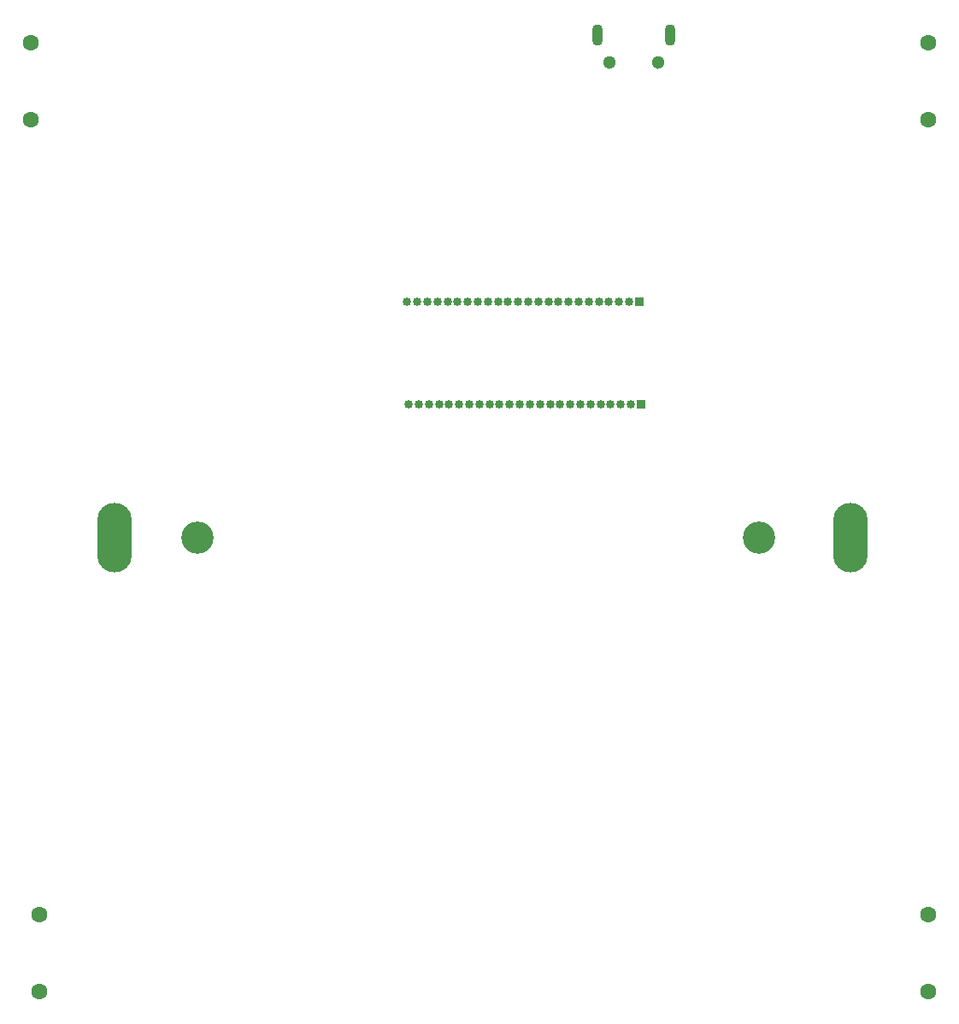
<source format=gbr>
%TF.GenerationSoftware,KiCad,Pcbnew,(7.0.0)*%
%TF.CreationDate,2023-03-21T11:43:52+02:00*%
%TF.ProjectId,EEE3088,45454533-3038-4382-9e6b-696361645f70,rev?*%
%TF.SameCoordinates,Original*%
%TF.FileFunction,Soldermask,Bot*%
%TF.FilePolarity,Negative*%
%FSLAX46Y46*%
G04 Gerber Fmt 4.6, Leading zero omitted, Abs format (unit mm)*
G04 Created by KiCad (PCBNEW (7.0.0)) date 2023-03-21 11:43:52*
%MOMM*%
%LPD*%
G01*
G04 APERTURE LIST*
%ADD10R,0.850000X0.850000*%
%ADD11O,0.850000X0.850000*%
%ADD12O,1.070000X2.140000*%
%ADD13C,1.300000*%
%ADD14C,1.600000*%
%ADD15C,3.200000*%
%ADD16O,3.440000X6.880000*%
G04 APERTURE END LIST*
D10*
%TO.C,J2*%
X154239999Y-57403999D03*
D11*
X153239999Y-57403999D03*
X152239999Y-57403999D03*
X151239999Y-57403999D03*
X150239999Y-57403999D03*
X149239999Y-57403999D03*
X148239999Y-57403999D03*
X147239999Y-57403999D03*
X146239999Y-57403999D03*
X145239999Y-57403999D03*
X144239999Y-57403999D03*
X143239999Y-57403999D03*
X142239999Y-57403999D03*
X141239999Y-57403999D03*
X140239999Y-57403999D03*
X139239999Y-57403999D03*
X138239999Y-57403999D03*
X137239999Y-57403999D03*
X136239999Y-57403999D03*
X135239999Y-57403999D03*
X134239999Y-57403999D03*
X133239999Y-57403999D03*
X132239999Y-57403999D03*
X131239999Y-57403999D03*
%TD*%
D12*
%TO.C,J1*%
X150107999Y-31012999D03*
D13*
X151283000Y-33663000D03*
X156133000Y-33663000D03*
D12*
X157307999Y-31012999D03*
%TD*%
D14*
%TO.C,R17*%
X182880000Y-118130000D03*
X182880000Y-125730000D03*
%TD*%
D10*
%TO.C,J3*%
X154399999Y-67563999D03*
D11*
X153399999Y-67563999D03*
X152399999Y-67563999D03*
X151399999Y-67563999D03*
X150399999Y-67563999D03*
X149399999Y-67563999D03*
X148399999Y-67563999D03*
X147399999Y-67563999D03*
X146399999Y-67563999D03*
X145399999Y-67563999D03*
X144399999Y-67563999D03*
X143399999Y-67563999D03*
X142399999Y-67563999D03*
X141399999Y-67563999D03*
X140399999Y-67563999D03*
X139399999Y-67563999D03*
X138399999Y-67563999D03*
X137399999Y-67563999D03*
X136399999Y-67563999D03*
X135399999Y-67563999D03*
X134399999Y-67563999D03*
X133399999Y-67563999D03*
X132399999Y-67563999D03*
X131399999Y-67563999D03*
%TD*%
D14*
%TO.C,R15*%
X94780000Y-118120000D03*
X94780000Y-125720000D03*
%TD*%
%TO.C,R16*%
X182880000Y-31770000D03*
X182880000Y-39370000D03*
%TD*%
%TO.C,R14*%
X93980000Y-31770000D03*
X93980000Y-39370000D03*
%TD*%
D15*
%TO.C,Battery-Holder1*%
X110506000Y-80772000D03*
X166116000Y-80772000D03*
D16*
X102225999Y-80771999D03*
X175125999Y-80771999D03*
%TD*%
M02*

</source>
